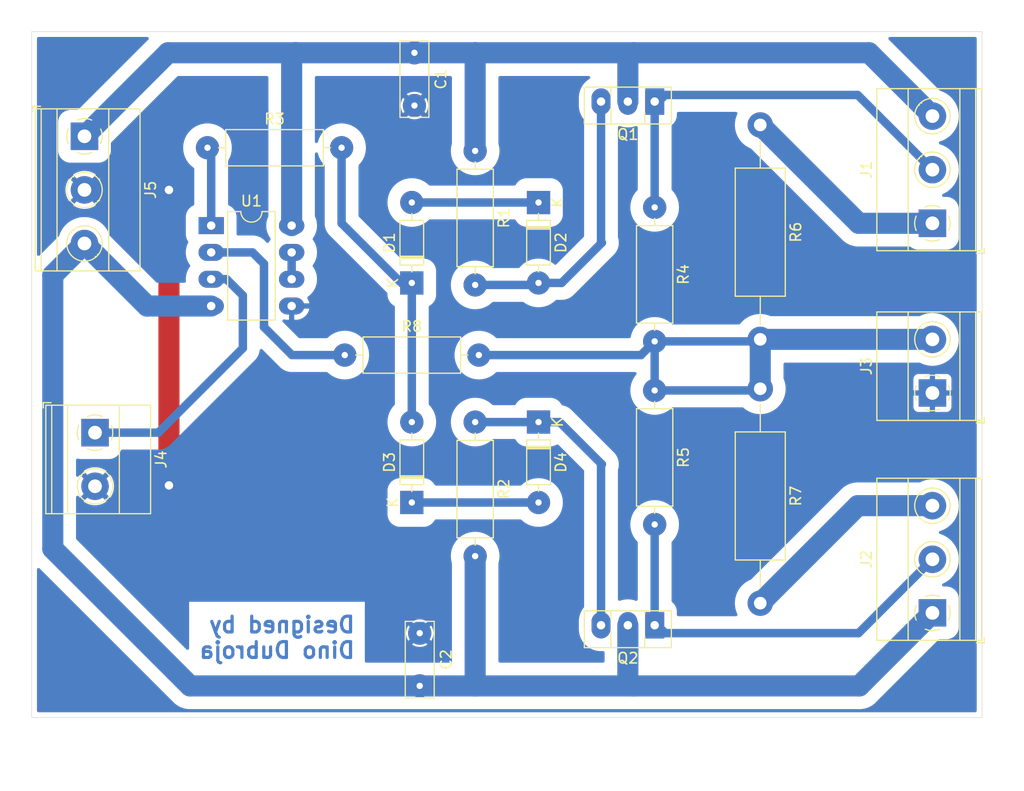
<source format=kicad_pcb>
(kicad_pcb (version 20240108) (generator "pcbnew") (generator_version "8.0")
  (layers (0 "F.Cu" signal) (31 "B.Cu" signal) (34 "B.Paste" user) (35 "F.Paste" user) (36 "B.SilkS" user "B.Silkscreen") (37 "F.SilkS" user "F.Silkscreen") (38 "B.Mask" user) (39 "F.Mask" user) (44 "Edge.Cuts" user))
  (net 0 "")
  (net 1 "Net-(D1-A)")
  (net 2 "Net-(D1-K)")
  (net 3 "Net-(D2-A)")
  (net 4 "Net-(D3-K)")
  (net 5 "Net-(D4-K)")
  (net 6 "+V")
  (net 7 "Net-(J1-Pin_2)")
  (net 8 "Net-(J2-Pin_2)")
  (net 9 "-V")
  (net 10 "GND")
  (net 11 "Net-(R3-Pad1)")
  (net 12 "Net-(U1A--)")
  (net 13 "Net-(U1B--)")
  (net 14 "Net-(J4-Pin_1)")
  (net 15 "Net-(J1-Pin_1)")
  (net 16 "Net-(J2-Pin_3)")
  (net 17 "Net-(J3-Pin_2)")
  (footprint "Diode_THT:D_DO-35_SOD27_P7.62mm_Horizontal" (layer "F.Cu") (at 126 61.81 90)
    (property "Reference" "D1" (at 3.81 -2.12 -90) (layer "F.SilkS"))
    (property "Value" "1N4148")
    (fp_line (start 5.93 -1.12) (end 1.69 -1.12) (stroke (width 0.12)) (layer "F.SilkS"))
    (fp_line (start 2.53 -1.12) (end 2.53 1.12) (stroke (width 0.12)) (layer "F.SilkS"))
    (fp_line (start 2.41 -1.12) (end 2.41 1.12) (stroke (width 0.12)) (layer "F.SilkS"))
    (fp_line (start 2.29 -1.12) (end 2.29 1.12) (stroke (width 0.12)) (layer "F.SilkS"))
    (fp_line (start 1.69 -1.12) (end 1.69 1.12) (stroke (width 0.12)) (layer "F.SilkS"))
    (fp_line (start 6.58 0) (end 5.93 0) (stroke (width 0.12)) (layer "F.SilkS"))
    (fp_line (start 1.04 0) (end 1.69 0) (stroke (width 0.12)) (layer "F.SilkS"))
    (fp_line (start 5.93 1.12) (end 5.93 -1.12) (stroke (width 0.12)) (layer "F.SilkS"))
    (fp_line (start 1.69 1.12) (end 5.93 1.12) (stroke (width 0.12)) (layer "F.SilkS"))
    (fp_text user "K" (at 0 -1.8 -90) (layer "F.SilkS"))
    (pad "1" thru_hole rect (at 0 0 90) (size 2.2 2.2) (drill 0.6) (layers "*.Cu" "*.Mask") (net 2 "Net-(D1-K)"))
    (pad "2" thru_hole oval (at 7.62 0 90) (size 2.2 2.2) (drill 0.6) (layers "*.Cu" "*.Mask") (net 1 "Net-(D1-A)"))
  )
  (footprint "Resistor_THT:R_Axial_DIN0414_L11.9mm_D4.5mm_P20.32mm_Horizontal" (layer "F.Cu") (at 159 46.84 -90)
    (property "Reference" "R6" (at 10.16 -3.37 90) (layer "F.SilkS"))
    (property "Value" "0.22 2W")
    (fp_line (start 4.09 2.37) (end 16.23 2.37) (stroke (width 0.12)) (layer "F.SilkS"))
    (fp_line (start 16.23 2.37) (end 16.23 -2.37) (stroke (width 0.12)) (layer "F.SilkS"))
    (fp_line (start 1.44 0) (end 4.09 0) (stroke (width 0.12)) (layer "F.SilkS"))
    (fp_line (start 18.88 0) (end 16.23 0) (stroke (width 0.12)) (layer "F.SilkS"))
    (fp_line (start 4.09 -2.37) (end 4.09 2.37) (stroke (width 0.12)) (layer "F.SilkS"))
    (fp_line (start 16.23 -2.37) (end 4.09 -2.37) (stroke (width 0.12)) (layer "F.SilkS"))
    (pad "1" thru_hole circle (at 0 0 270) (size 2.4 2.4) (drill 1.2) (layers "*.Cu" "*.Mask") (net 15 "Net-(J1-Pin_1)"))
    (pad "2" thru_hole oval (at 20.32 0 270) (size 2.4 2.4) (drill 1.2) (layers "*.Cu" "*.Mask") (net 17 "Net-(J3-Pin_2)"))
  )
  (footprint "Resistor_THT:R_Axial_DIN0309_L9.0mm_D3.2mm_P12.70mm_Horizontal" (layer "F.Cu") (at 132 49.3 -90)
    (property "Reference" "R1" (at 6.35 -2.72 90) (layer "F.SilkS"))
    (property "Value" "1k")
    (fp_line (start 1.73 1.72) (end 10.97 1.72) (stroke (width 0.12)) (layer "F.SilkS"))
    (fp_line (start 10.97 1.72) (end 10.97 -1.72) (stroke (width 0.12)) (layer "F.SilkS"))
    (fp_line (start 1.04 0) (end 1.73 0) (stroke (width 0.12)) (layer "F.SilkS"))
    (fp_line (start 11.66 0) (end 10.97 0) (stroke (width 0.12)) (layer "F.SilkS"))
    (fp_line (start 1.73 -1.72) (end 1.73 1.72) (stroke (width 0.12)) (layer "F.SilkS"))
    (fp_line (start 10.97 -1.72) (end 1.73 -1.72) (stroke (width 0.12)) (layer "F.SilkS"))
    (pad "1" thru_hole circle (at 0 0 270) (size 2.2 2.2) (drill 0.6) (layers "*.Cu" "*.Mask") (net 6 "+V"))
    (pad "2" thru_hole oval (at 12.7 0 270) (size 2.2 2.2) (drill 0.6) (layers "*.Cu" "*.Mask") (net 3 "Net-(D2-A)"))
  )
  (footprint "Diode_THT:D_DO-35_SOD27_P7.62mm_Horizontal" (layer "F.Cu") (at 138 75 -90)
    (property "Reference" "D4" (at 3.81 -2.12 90) (layer "F.SilkS"))
    (property "Value" "1N4148")
    (fp_line (start 1.69 1.12) (end 5.93 1.12) (stroke (width 0.12)) (layer "F.SilkS"))
    (fp_line (start 5.93 1.12) (end 5.93 -1.12) (stroke (width 0.12)) (layer "F.SilkS"))
    (fp_line (start 1.04 0) (end 1.69 0) (stroke (width 0.12)) (layer "F.SilkS"))
    (fp_line (start 6.58 0) (end 5.93 0) (stroke (width 0.12)) (layer "F.SilkS"))
    (fp_line (start 1.69 -1.12) (end 1.69 1.12) (stroke (width 0.12)) (layer "F.SilkS"))
    (fp_line (start 2.29 -1.12) (end 2.29 1.12) (stroke (width 0.12)) (layer "F.SilkS"))
    (fp_line (start 2.41 -1.12) (end 2.41 1.12) (stroke (width 0.12)) (layer "F.SilkS"))
    (fp_line (start 2.53 -1.12) (end 2.53 1.12) (stroke (width 0.12)) (layer "F.SilkS"))
    (fp_line (start 5.93 -1.12) (end 1.69 -1.12) (stroke (width 0.12)) (layer "F.SilkS"))
    (fp_text user "K" (at 0 -1.8 90) (layer "F.SilkS"))
    (pad "1" thru_hole rect (at 0 0 270) (size 2.2 2.2) (drill 0.6) (layers "*.Cu" "*.Mask") (net 5 "Net-(D4-K)"))
    (pad "2" thru_hole oval (at 7.62 0 270) (size 2.2 2.2) (drill 0.6) (layers "*.Cu" "*.Mask") (net 4 "Net-(D3-K)"))
  )
  (footprint "TerminalBlock_Phoenix:TerminalBlock_Phoenix_MKDS-1,5-3-5.08_1x03_P5.08mm_Horizontal" (layer "F.Cu") (at 175.305 93.08 90)
    (property "Reference" "J2" (at 5.08 -6.26 -90) (layer "F.SilkS"))
    (property "Value" "Screw_Terminal_01x03")
    (fp_line (start 12.76 -5.261) (end 12.76 4.66) (stroke (width 0.12)) (layer "F.SilkS"))
    (fp_line (start -2.6 -5.261) (end 12.76 -5.261) (stroke (width 0.12)) (layer "F.SilkS"))
    (fp_line (start -2.6 -5.261) (end -2.6 4.66) (stroke (width 0.12)) (layer "F.SilkS"))
    (fp_line (start -2.6 -2.301) (end 12.76 -2.301) (stroke (width 0.12)) (layer "F.SilkS"))
    (fp_line (start 11.23 -1.275) (end 11.195 -1.239) (stroke (width 0.12)) (layer "F.SilkS"))
    (fp_line (start 6.15 -1.275) (end 6.115 -1.239) (stroke (width 0.12)) (layer "F.SilkS"))
    (fp_line (start 11.435 -1.069) (end 11.388 -1.023) (stroke (width 0.12)) (layer "F.SilkS"))
    (fp_line (start 6.355 -1.069) (end 6.308 -1.023) (stroke (width 0.12)) (layer "F.SilkS"))
    (fp_line (start 8.933 1.023) (end 8.886 1.069) (stroke (width 0.12)) (layer "F.SilkS"))
    (fp_line (start 3.853 1.023) (end 3.806 1.069) (stroke (width 0.12)) (layer "F.SilkS"))
    (fp_line (start 9.126 1.239) (end 9.091 1.274) (stroke (width 0.12)) (layer "F.SilkS"))
    (fp_line (start 4.046 1.239) (end 4.011 1.274) (stroke (width 0.12)) (layer "F.SilkS"))
    (fp_line (start -2.6 2.6) (end 12.76 2.6) (stroke (width 0.12)) (layer "F.SilkS"))
    (fp_line (start -2.6 4.1) (end 12.76 4.1) (stroke (width 0.12)) (layer "F.SilkS"))
    (fp_line (start -2.84 4.16) (end -2.84 4.9) (stroke (width 0.12)) (layer "F.SilkS"))
    (fp_line (start -2.6 4.66) (end 12.76 4.66) (stroke (width 0.12)) (layer "F.SilkS"))
    (fp_line (start -2.84 4.9) (end -2.34 4.9) (stroke (width 0.12)) (layer "F.SilkS"))
    (fp_arc (start -0.683042 -1.535427) (mid 0.000524 -1.680501) (end 0.684 -1.535) (stroke (width 0.12)) (layer "F.SilkS"))
    (fp_arc (start 1.535427 -0.683042) (mid 1.680501 0.000524) (end 1.535 0.684) (stroke (width 0.12)) (layer "F.SilkS"))
    (fp_arc (start -1.535427 0.683042) (mid -1.680501 -0.000524) (end -1.535 -0.684) (stroke (width 0.12)) (layer "F.SilkS"))
    (fp_arc (start 0.683318 1.534756) (mid 0.349292 1.643288) (end 0 1.68) (stroke (width 0.12)) (layer "F.SilkS"))
    (fp_arc (start 0.028805 1.680253) (mid -0.335551 1.646659) (end -0.684 1.535) (stroke (width 0.12)) (layer "F.SilkS"))
    (fp_circle (center 10.16 0) (end 11.84 0) (stroke (width 0.12)) (fill none) (layer "F.SilkS"))
    (fp_circle (center 5.08 0) (end 6.76 0) (stroke (width 0.12)) (fill none) (layer "F.SilkS"))
    (pad "1" thru_hole rect (at 0 0 90) (size 2.6 2.6) (drill 1.3) (layers "*.Cu" "*.Mask") (net 9 "-V"))
    (pad "2" thru_hole circle (at 5.08 0 90) (size 2.6 2.6) (drill 1.3) (layers "*.Cu" "*.Mask") (net 8 "Net-(J2-Pin_2)"))
    (pad "3" thru_hole circle (at 10.16 0 90) (size 2.6 2.6) (drill 1.3) (layers "*.Cu" "*.Mask") (net 16 "Net-(J2-Pin_3)"))
  )
  (footprint "TerminalBlock_Phoenix:TerminalBlock_Phoenix_MKDS-1,5-3-5.08_1x03_P5.08mm_Horizontal" (layer "F.Cu") (at 95 47.915 -90)
    (property "Reference" "J5" (at 5.08 -6.26 90) (layer "F.SilkS"))
    (property "Value" "Screw_Terminal_01x03")
    (fp_line (start -2.84 4.9) (end -2.34 4.9) (stroke (width 0.12)) (layer "F.SilkS"))
    (fp_line (start -2.6 4.66) (end 12.76 4.66) (stroke (width 0.12)) (layer "F.SilkS"))
    (fp_line (start -2.84 4.16) (end -2.84 4.9) (stroke (width 0.12)) (layer "F.SilkS"))
    (fp_line (start -2.6 4.1) (end 12.76 4.1) (stroke (width 0.12)) (layer "F.SilkS"))
    (fp_line (start -2.6 2.6) (end 12.76 2.6) (stroke (width 0.12)) (layer "F.SilkS"))
    (fp_line (start 4.046 1.239) (end 4.011 1.274) (stroke (width 0.12)) (layer "F.SilkS"))
    (fp_line (start 9.126 1.239) (end 9.091 1.274) (stroke (width 0.12)) (layer "F.SilkS"))
    (fp_line (start 3.853 1.023) (end 3.806 1.069) (stroke (width 0.12)) (layer "F.SilkS"))
    (fp_line (start 8.933 1.023) (end 8.886 1.069) (stroke (width 0.12)) (layer "F.SilkS"))
    (fp_line (start 6.355 -1.069) (end 6.308 -1.023) (stroke (width 0.12)) (layer "F.SilkS"))
    (fp_line (start 11.435 -1.069) (end 11.388 -1.023) (stroke (width 0.12)) (layer "F.SilkS"))
    (fp_line (start 6.15 -1.275) (end 6.115 -1.239) (stroke (width 0.12)) (layer "F.SilkS"))
    (fp_line (start 11.23 -1.275) (end 11.195 -1.239) (stroke (width 0.12)) (layer "F.SilkS"))
    (fp_line (start -2.6 -2.301) (end 12.76 -2.301) (stroke (width 0.12)) (layer "F.SilkS"))
    (fp_line (start -2.6 -5.261) (end -2.6 4.66) (stroke (width 0.12)) (layer "F.SilkS"))
    (fp_line (start -2.6 -5.261) (end 12.76 -5.261) (stroke (width 0.12)) (layer "F.SilkS"))
    (fp_line (start 12.76 -5.261) (end 12.76 4.66) (stroke (width 0.12)) (layer "F.SilkS"))
    (fp_arc (start 0.028805 1.680253) (mid -0.335551 1.646659) (end -0.684 1.535) (stroke (width 0.12)) (layer "F.SilkS"))
    (fp_arc (start 0.683318 1.534756) (mid 0.349292 1.643288) (end 0 1.68) (stroke (width 0.12)) (layer "F.SilkS"))
    (fp_arc (start -1.535427 0.683042) (mid -1.680501 -0.000524) (end -1.535 -0.684) (stroke (width 0.12)) (layer "F.SilkS"))
    (fp_arc (start 1.535427 -0.683042) (mid 1.680501 0.000524) (end 1.535 0.684) (stroke (width 0.12)) (layer "F.SilkS"))
    (fp_arc (start -0.683042 -1.535427) (mid 0.000524 -1.680501) (end 0.684 -1.535) (stroke (width 0.12)) (layer "F.SilkS"))
    (fp_circle (center 5.08 0) (end 6.76 0) (stroke (width 0.12)) (fill none) (layer "F.SilkS"))
    (fp_circle (center 10.16 0) (end 11.84 0) (stroke (width 0.12)) (fill none) (layer "F.SilkS"))
    (pad "1" thru_hole rect (at 0 0 270) (size 2.6 2.6) (drill 1.3) (layers "*.Cu" "*.Mask") (net 6 "+V"))
    (pad "2" thru_hole circle (at 5.08 0 270) (size 2.6 2.6) (drill 1.3) (layers "*.Cu" "*.Mask") (net 10 "GND"))
    (pad "3" thru_hole circle (at 10.16 0 270) (size 2.6 2.6) (drill 1.3) (layers "*.Cu" "*.Mask") (net 9 "-V"))
  )
  (footprint "TerminalBlock_Phoenix:TerminalBlock_Phoenix_MKDS-1,5-2-5.08_1x02_P5.08mm_Horizontal" (layer "F.Cu") (at 175.305 72.24 90)
    (property "Reference" "J3" (at 2.54 -6.26 -90) (layer "F.SilkS"))
    (property "Value" "Screw_Terminal_01x02")
    (fp_line (start 7.68 -5.261) (end 7.68 4.66) (stroke (width 0.12)) (layer "F.SilkS"))
    (fp_line (start -2.6 -5.261) (end 7.68 -5.261) (stroke (width 0.12)) (layer "F.SilkS"))
    (fp_line (start -2.6 -5.261) (end -2.6 4.66) (stroke (width 0.12)) (layer "F.SilkS"))
    (fp_line (start -2.6 -2.301) (end 7.68 -2.301) (stroke (width 0.12)) (layer "F.SilkS"))
    (fp_line (start 6.15 -1.275) (end 6.115 -1.239) (stroke (width 0.12)) (layer "F.SilkS"))
    (fp_line (start 6.355 -1.069) (end 6.308 -1.023) (stroke (width 0.12)) (layer "F.SilkS"))
    (fp_line (start 3.853 1.023) (end 3.806 1.069) (stroke (width 0.12)) (layer "F.SilkS"))
    (fp_line (start 4.046 1.239) (end 4.011 1.274) (stroke (width 0.12)) (layer "F.SilkS"))
    (fp_line (start -2.6 2.6) (end 7.68 2.6) (stroke (width 0.12)) (layer "F.SilkS"))
    (fp_line (start -2.6 4.1) (end 7.68 4.1) (stroke (width 0.12)) (layer "F.SilkS"))
    (fp_line (start -2.84 4.16) (end -2.84 4.9) (stroke (width 0.12)) (layer "F.SilkS"))
    (fp_line (start -2.6 4.66) (end 7.68 4.66) (stroke (width 0.12)) (layer "F.SilkS"))
    (fp_line (start -2.84 4.9) (end -2.34 4.9) (stroke (width 0.12)) (layer "F.SilkS"))
    (fp_arc (start -0.683042 -1.535427) (mid 0.000524 -1.680501) (end 0.684 -1.535) (stroke (width 0.12)) (layer "F.SilkS"))
    (fp_arc (start 1.535427 -0.683042) (mid 1.680501 0.000524) (end 1.535 0.684) (stroke (width 0.12)) (layer "F.SilkS"))
    (fp_arc (start -1.535427 0.683042) (mid -1.680501 -0.000524) (end -1.535 -0.684) (stroke (width 0.12)) (layer "F.SilkS"))
    (fp_arc (start 0.683318 1.534756) (mid 0.349292 1.643288) (end 0 1.68) (stroke (width 0.12)) (layer "F.SilkS"))
    (fp_arc (start 0.028805 1.680253) (mid -0.335551 1.646659) (end -0.684 1.535) (stroke (width 0.12)) (layer "F.SilkS"))
    (fp_circle (center 5.08 0) (end 6.76 0) (stroke (width 0.12)) (fill none) (layer "F.SilkS"))
    (pad "1" thru_hole rect (at 0 0 90) (size 2.6 2.6) (drill 1.3) (layers "*.Cu" "*.Mask") (net 10 "GND"))
    (pad "2" thru_hole circle (at 5.08 0 90) (size 2.6 2.6) (drill 1.3) (layers "*.Cu" "*.Mask") (net 17 "Net-(J3-Pin_2)"))
  )
  (footprint "Diode_THT:D_DO-35_SOD27_P7.62mm_Horizontal" (layer "F.Cu") (at 138 54.19 -90)
    (property "Reference" "D2" (at 3.81 -2.12 90) (layer "F.SilkS"))
    (property "Value" "1N4148")
    (fp_line (start 1.69 1.12) (end 5.93 1.12) (stroke (width 0.12)) (layer "F.SilkS"))
    (fp_line (start 5.93 1.12) (end 5.93 -1.12) (stroke (width 0.12)) (layer "F.SilkS"))
    (fp_line (start 1.04 0) (end 1.69 0) (stroke (width 0.12)) (layer "F.SilkS"))
    (fp_line (start 6.58 0) (end 5.93 0) (stroke (width 0.12)) (layer "F.SilkS"))
    (fp_line (start 1.69 -1.12) (end 1.69 1.12) (stroke (width 0.12)) (layer "F.SilkS"))
    (fp_line (start 2.29 -1.12) (end 2.29 1.12) (stroke (width 0.12)) (layer "F.SilkS"))
    (fp_line (start 2.41 -1.12) (end 2.41 1.12) (stroke (width 0.12)) (layer "F.SilkS"))
    (fp_line (start 2.53 -1.12) (end 2.53 1.12) (stroke (width 0.12)) (layer "F.SilkS"))
    (fp_line (start 5.93 -1.12) (end 1.69 -1.12) (stroke (width 0.12)) (layer "F.SilkS"))
    (fp_text user "K" (at 0 -1.8 90) (layer "F.SilkS"))
    (pad "1" thru_hole rect (at 0 0 270) (size 2.2 2.2) (drill 0.6) (layers "*.Cu" "*.Mask") (net 1 "Net-(D1-A)"))
    (pad "2" thru_hole oval (at 7.62 0 270) (size 2.2 2.2) (drill 0.6) (layers "*.Cu" "*.Mask") (net 3 "Net-(D2-A)"))
  )
  (footprint "TerminalBlock_Phoenix:TerminalBlock_Phoenix_MKDS-1,5-3-5.08_1x03_P5.08mm_Horizontal" (layer "F.Cu") (at 175.305 56.16 90)
    (property "Reference" "J1" (at 5.08 -6.26 -90) (layer "F.SilkS"))
    (property "Value" "Screw_Terminal_01x03")
    (fp_line (start 12.76 -5.261) (end 12.76 4.66) (stroke (width 0.12)) (layer "F.SilkS"))
    (fp_line (start -2.6 -5.261) (end 12.76 -5.261) (stroke (width 0.12)) (layer "F.SilkS"))
    (fp_line (start -2.6 -5.261) (end -2.6 4.66) (stroke (width 0.12)) (layer "F.SilkS"))
    (fp_line (start -2.6 -2.301) (end 12.76 -2.301) (stroke (width 0.12)) (layer "F.SilkS"))
    (fp_line (start 11.23 -1.275) (end 11.195 -1.239) (stroke (width 0.12)) (layer "F.SilkS"))
    (fp_line (start 6.15 -1.275) (end 6.115 -1.239) (stroke (width 0.12)) (layer "F.SilkS"))
    (fp_line (start 11.435 -1.069) (end 11.388 -1.023) (stroke (width 0.12)) (layer "F.SilkS"))
    (fp_line (start 6.355 -1.069) (end 6.308 -1.023) (stroke (width 0.12)) (layer "F.SilkS"))
    (fp_line (start 8.933 1.023) (end 8.886 1.069) (stroke (width 0.12)) (layer "F.SilkS"))
    (fp_line (start 3.853 1.023) (end 3.806 1.069) (stroke (width 0.12)) (layer "F.SilkS"))
    (fp_line (start 9.126 1.239) (end 9.091 1.274) (stroke (width 0.12)) (layer "F.SilkS"))
    (fp_line (start 4.046 1.239) (end 4.011 1.274) (stroke (width 0.12)) (layer "F.SilkS"))
    (fp_line (start -2.6 2.6) (end 12.76 2.6) (stroke (width 0.12)) (layer "F.SilkS"))
    (fp_line (start -2.6 4.1) (end 12.76 4.1) (stroke (width 0.12)) (layer "F.SilkS"))
    (fp_line (start -2.84 4.16) (end -2.84 4.9) (stroke (width 0.12)) (layer "F.SilkS"))
    (fp_line (start -2.6 4.66) (end 12.76 4.66) (stroke (width 0.12)) (layer "F.SilkS"))
    (fp_line (start -2.84 4.9) (end -2.34 4.9) (stroke (width 0.12)) (layer "F.SilkS"))
    (fp_arc (start -0.683042 -1.535427) (mid 0.000524 -1.680501) (end 0.684 -1.535) (stroke (width 0.12)) (layer "F.SilkS"))
    (fp_arc (start 1.535427 -0.683042) (mid 1.680501 0.000524) (end 1.535 0.684) (stroke (width 0.12)) (layer "F.SilkS"))
    (fp_arc (start -1.535427 0.683042) (mid -1.680501 -0.000524) (end -1.535 -0.684) (stroke (width 0.12)) (layer "F.SilkS"))
    (fp_arc (start 0.683318 1.534756) (mid 0.349292 1.643288) (end 0 1.68) (stroke (width 0.12)) (layer "F.SilkS"))
    (fp_arc (start 0.028805 1.680253) (mid -0.335551 1.646659) (end -0.684 1.535) (stroke (width 0.12)) (layer "F.SilkS"))
    (fp_circle (center 10.16 0) (end 11.84 0) (stroke (width 0.12)) (fill none) (layer "F.SilkS"))
    (fp_circle (center 5.08 0) (end 6.76 0) (stroke (width 0.12)) (fill none) (layer "F.SilkS"))
    (pad "1" thru_hole rect (at 0 0 90) (size 2.6 2.6) (drill 1.3) (layers "*.Cu" "*.Mask") (net 15 "Net-(J1-Pin_1)"))
    (pad "2" thru_hole circle (at 5.08 0 90) (size 2.6 2.6) (drill 1.3) (layers "*.Cu" "*.Mask") (net 7 "Net-(J1-Pin_2)"))
    (pad "3" thru_hole circle (at 10.16 0 90) (size 2.6 2.6) (drill 1.3) (layers "*.Cu" "*.Mask") (net 6 "+V"))
  )
  (footprint "Resistor_THT:R_Axial_DIN0414_L11.9mm_D4.5mm_P20.32mm_Horizontal" (layer "F.Cu") (at 159 71.84 -90)
    (property "Reference" "R7" (at 10.16 -3.37 90) (layer "F.SilkS"))
    (property "Value" "0.22 2W")
    (fp_line (start 4.09 2.37) (end 16.23 2.37) (stroke (width 0.12)) (layer "F.SilkS"))
    (fp_line (start 16.23 2.37) (end 16.23 -2.37) (stroke (width 0.12)) (layer "F.SilkS"))
    (fp_line (start 1.44 0) (end 4.09 0) (stroke (width 0.12)) (layer "F.SilkS"))
    (fp_line (start 18.88 0) (end 16.23 0) (stroke (width 0.12)) (layer "F.SilkS"))
    (fp_line (start 4.09 -2.37) (end 4.09 2.37) (stroke (width 0.12)) (layer "F.SilkS"))
    (fp_line (start 16.23 -2.37) (end 4.09 -2.37) (stroke (width 0.12)) (layer "F.SilkS"))
    (pad "1" thru_hole circle (at 0 0 270) (size 2.4 2.4) (drill 1.2) (layers "*.Cu" "*.Mask") (net 17 "Net-(J3-Pin_2)"))
    (pad "2" thru_hole oval (at 20.32 0 270) (size 2.4 2.4) (drill 1.2) (layers "*.Cu" "*.Mask") (net 16 "Net-(J2-Pin_3)"))
  )
  (footprint "TerminalBlock_Phoenix:TerminalBlock_Phoenix_MKDS-1,5-2-5.08_1x02_P5.08mm_Horizontal" (layer "F.Cu") (at 96 76 -90)
    (property "Reference" "J4" (at 2.54 -6.26 90) (layer "F.SilkS"))
    (property "Value" "Screw_Terminal_01x02")
    (fp_line (start -2.84 4.9) (end -2.34 4.9) (stroke (width 0.12)) (layer "F.SilkS"))
    (fp_line (start -2.6 4.66) (end 7.68 4.66) (stroke (width 0.12)) (layer "F.SilkS"))
    (fp_line (start -2.84 4.16) (end -2.84 4.9) (stroke (width 0.12)) (layer "F.SilkS"))
    (fp_line (start -2.6 4.1) (end 7.68 4.1) (stroke (width 0.12)) (layer "F.SilkS"))
    (fp_line (start -2.6 2.6) (end 7.68 2.6) (stroke (width 0.12)) (layer "F.SilkS"))
    (fp_line (start 4.046 1.239) (end 4.011 1.274) (stroke (width 0.12)) (layer "F.SilkS"))
    (fp_line (start 3.853 1.023) (end 3.806 1.069) (stroke (width 0.12)) (layer "F.SilkS"))
    (fp_line (start 6.355 -1.069) (end 6.308 -1.023) (stroke (width 0.12)) (layer "F.SilkS"))
    (fp_line (start 6.15 -1.275) (end 6.115 -1.239) (stroke (width 0.12)) (layer "F.SilkS"))
    (fp_line (start -2.6 -2.301) (end 7.68 -2.301) (stroke (width 0.12)) (layer "F.SilkS"))
    (fp_line (start -2.6 -5.261) (end -2.6 4.66) (stroke (width 0.12)) (layer "F.SilkS"))
    (fp_line (start -2.6 -5.261) (end 7.68 -5.261) (stroke (width 0.12)) (layer "F.SilkS"))
    (fp_line (start 7.68 -5.261) (end 7.68 4.66) (stroke (width 0.12)) (layer "F.SilkS"))
    (fp_arc (start 0.028805 1.680253) (mid -0.335551 1.646659) (end -0.684 1.535) (stroke (width 0.12)) (layer "F.SilkS"))
    (fp_arc (start 0.683318 1.534756) (mid 0.349292 1.643288) (end 0 1.68) (stroke (width 0.12)) (layer "F.SilkS"))
    (fp_arc (start -1.535427 0.683042) (mid -1.680501 -0.000524) (end -1.535 -0.684) (stroke (width 0.12)) (layer "F.SilkS"))
    (fp_arc (start 1.535427 -0.683042) (mid 1.680501 0.000524) (end 1.535 0.684) (stroke (width 0.12)) (layer "F.SilkS"))
    (fp_arc (start -0.683042 -1.535427) (mid 0.000524 -1.680501) (end 0.684 -1.535) (stroke (width 0.12)) (layer "F.SilkS"))
    (fp_circle (center 5.08 0) (end 6.76 0) (stroke (width 0.12)) (fill none) (layer "F.SilkS"))
    (pad "1" thru_hole rect (at 0 0 270) (size 2.6 2.6) (drill 1.3) (layers "*.Cu" "*.Mask") (net 14 "Net-(J4-Pin_1)"))
    (pad "2" thru_hole circle (at 5.08 0 270) (size 2.6 2.6) (drill 1.3) (layers "*.Cu" "*.Mask") (net 10 "GND"))
  )
  (footprint "Package_TO_SOT_THT:TO-126-3_Vertical" (layer "F.Cu") (at 149 44.625 180)
    (property "Reference" "Q1" (at 2.54 -3.12 180) (layer "F.SilkS"))
    (property "Value" "BD139")
    (fp_line (start 6.66 -2.12) (end 6.66 1.37) (stroke (width 0.12)) (layer "F.SilkS"))
    (fp_line (start 4.141 0.54) (end 4.141 1.37) (stroke (width 0.12)) (layer "F.SilkS"))
    (fp_line (start 4.141 -2.12) (end 4.141 -0.54) (stroke (width 0.12)) (layer "F.SilkS"))
    (fp_line (start 0.94 1.05) (end 0.94 1.37) (stroke (width 0.12)) (layer "F.SilkS"))
    (fp_line (start 0.94 -2.12) (end 0.94 -1.05) (stroke (width 0.12)) (layer "F.SilkS"))
    (fp_line (start -1.58 1.37) (end 6.66 1.37) (stroke (width 0.12)) (layer "F.SilkS"))
    (fp_line (start -1.58 -2.12) (end 6.66 -2.12) (stroke (width 0.12)) (layer "F.SilkS"))
    (fp_line (start -1.58 -2.12) (end -1.58 1.37) (stroke (width 0.12)) (layer "F.SilkS"))
    (pad "1" thru_hole rect (at 0 0 180) (size 1.8 2.5) (drill 0.8) (layers "*.Cu" "*.Mask") (net 7 "Net-(J1-Pin_2)"))
    (pad "2" thru_hole oval (at 2.54 0 180) (size 1.8 2.5) (drill 0.8) (layers "*.Cu" "*.Mask") (net 6 "+V"))
    (pad "3" thru_hole oval (at 5.08 0 180) (size 1.8 2.5) (drill 0.8) (layers "*.Cu" "*.Mask") (net 3 "Net-(D2-A)"))
  )
  (footprint "Resistor_THT:R_Axial_DIN0309_L9.0mm_D3.2mm_P12.70mm_Horizontal" (layer "F.Cu") (at 132 75 -90)
    (property "Reference" "R2" (at 6.35 -2.72 90) (layer "F.SilkS"))
    (property "Value" "1k")
    (fp_line (start 1.73 1.72) (end 10.97 1.72) (stroke (width 0.12)) (layer "F.SilkS"))
    (fp_line (start 10.97 1.72) (end 10.97 -1.72) (stroke (width 0.12)) (layer "F.SilkS"))
    (fp_line (start 1.04 0) (end 1.73 0) (stroke (width 0.12)) (layer "F.SilkS"))
    (fp_line (start 11.66 0) (end 10.97 0) (stroke (width 0.12)) (layer "F.SilkS"))
    (fp_line (start 1.73 -1.72) (end 1.73 1.72) (stroke (width 0.12)) (layer "F.SilkS"))
    (fp_line (start 10.97 -1.72) (end 1.73 -1.72) (stroke (width 0.12)) (layer "F.SilkS"))
    (pad "1" thru_hole circle (at 0 0 270) (size 2.2 2.2) (drill 0.6) (layers "*.Cu" "*.Mask") (net 5 "Net-(D4-K)"))
    (pad "2" thru_hole oval (at 12.7 0 270) (size 2.2 2.2) (drill 0.6) (layers "*.Cu" "*.Mask") (net 9 "-V"))
  )
  (footprint "Resistor_THT:R_Axial_DIN0309_L9.0mm_D3.2mm_P12.70mm_Horizontal" (layer "F.Cu") (at 119.65 68.65)
    (property "Reference" "R8" (at 6.35 -2.72 0) (layer "F.SilkS"))
    (property "Value" "1k")
    (fp_line (start 1.04 0) (end 1.73 0) (stroke (width 0.12)) (layer "F.SilkS"))
    (fp_line (start 1.73 -1.72) (end 1.73 1.72) (stroke (width 0.12)) (layer "F.SilkS"))
    (fp_line (start 1.73 1.72) (end 10.97 1.72) (stroke (width 0.12)) (layer "F.SilkS"))
    (fp_line (start 10.97 -1.72) (end 1.73 -1.72) (stroke (width 0.12)) (layer "F.SilkS"))
    (fp_line (start 10.97 1.72) (end 10.97 -1.72) (stroke (width 0.12)) (layer "F.SilkS"))
    (fp_line (start 11.66 0) (end 10.97 0) (stroke (width 0.12)) (layer "F.SilkS"))
    (pad "1" thru_hole circle (at 0 0) (size 2.2 1.6) (drill 0.6) (layers "*.Cu" "*.Mask") (net 12 "Net-(U1A--)"))
    (pad "2" thru_hole circle (at 12.7 0) (size 2.2 1.6) (drill 0.6) (layers "*.Cu" "*.Mask") (net 17 "Net-(J3-Pin_2)"))
  )
  (footprint "Package_TO_SOT_THT:TO-126-3_Vertical" (layer "F.Cu") (at 149 94.25 180)
    (property "Reference" "Q2" (at 2.54 -3.12 180) (layer "F.SilkS"))
    (property "Value" "BD140")
    (fp_line (start 6.66 -2.12) (end 6.66 1.37) (stroke (width 0.12)) (layer "F.SilkS"))
    (fp_line (start 4.141 0.54) (end 4.141 1.37) (stroke (width 0.12)) (layer "F.SilkS"))
    (fp_line (start 4.141 -2.12) (end 4.141 -0.54) (stroke (width 0.12)) (layer "F.SilkS"))
    (fp_line (start 0.94 1.05) (end 0.94 1.37) (stroke (width 0.12)) (layer "F.SilkS"))
    (fp_line (start 0.94 -2.12) (end 0.94 -1.05) (stroke (width 0.12)) (layer "F.SilkS"))
    (fp_line (start -1.58 1.37) (end 6.66 1.37) (stroke (width 0.12)) (layer "F.SilkS"))
    (fp_line (start -1.58 -2.12) (end 6.66 -2.12) (stroke (width 0.12)) (layer "F.SilkS"))
    (fp_line (start -1.58 -2.12) (end -1.58 1.37) (stroke (width 0.12)) (layer "F.SilkS"))
    (pad "1" thru_hole rect (at 0 0 180) (size 1.8 2.5) (drill 0.8) (layers "*.Cu" "*.Mask") (net 8 "Net-(J2-Pin_2)"))
    (pad "2" thru_hole oval (at 2.54 0 180) (size 1.8 2.5) (drill 0.8) (layers "*.Cu" "*.Mask") (net 9 "-V"))
    (pad "3" thru_hole oval (at 5.08 0 180) (size 1.8 2.5) (drill 0.8) (layers "*.Cu" "*.Mask") (net 5 "Net-(D4-K)"))
  )
  (footprint "Resistor_THT:R_Axial_DIN0309_L9.0mm_D3.2mm_P12.70mm_Horizontal" (layer "F.Cu") (at 149 72 -90)
    (property "Reference" "R5" (at 6.35 -2.72 90) (layer "F.SilkS"))
    (property "Value" "470")
    (fp_line (start 1.73 1.72) (end 10.97 1.72) (stroke (width 0.12)) (layer "F.SilkS"))
    (fp_line (start 10.97 1.72) (end 10.97 -1.72) (stroke (width 0.12)) (layer "F.SilkS"))
    (fp_line (start 1.04 0) (end 1.73 0) (stroke (width 0.12)) (layer "F.SilkS"))
    (fp_line (start 11.66 0) (end 10.97 0) (stroke (width 0.12)) (layer "F.SilkS"))
    (fp_line (start 1.73 -1.72) (end 1.73 1.72) (stroke (width 0.12)) (layer "F.SilkS"))
    (fp_line (start 10.97 -1.72) (end 1.73 -1.72) (stroke (width 0.12)) (layer "F.SilkS"))
    (pad "1" thru_hole circle (at 0 0 270) (size 2.2 1.6) (drill 0.6) (layers "*.Cu" "*.Mask") (net 17 "Net-(J3-Pin_2)"))
    (pad "2" thru_hole circle (at 12.7 0 270) (size 2.2 1.6) (drill 0.6) (layers "*.Cu" "*.Mask") (net 8 "Net-(J2-Pin_2)"))
  )
  (footprint "Diode_THT:D_DO-35_SOD27_P7.62mm_Horizontal" (layer "F.Cu") (at 126 82.62 90)
    (property "Reference" "D3" (at 3.81 -2.12 -90) (layer "F.SilkS"))
    (property "Value" "1N4148")
    (fp_line (start 5.93 -1.12) (end 1.69 -1.12) (stroke (width 0.12)) (layer "F.SilkS"))
    (fp_line (start 2.53 -1.12) (end 2.53 1.12) (stroke (width 0.12)) (layer "F.SilkS"))
    (fp_line (start 2.41 -1.12) (end 2.41 1.12) (stroke (width 0.12)) (layer "F.SilkS"))
    (fp_line (start 2.29 -1.12) (end 2.29 1.12) (stroke (width 0.12)) (layer "F.SilkS"))
    (fp_line (start 1.69 -1.12) (end 1.69 1.12) (stroke (width 0.12)) (layer "F.SilkS"))
    (fp_line (start 6.58 0) (end 5.93 0) (stroke (width 0.12)) (layer "F.SilkS"))
    (fp_line (start 1.04 0) (end 1.69 0) (stroke (width 0.12)) (layer "F.SilkS"))
    (fp_line (start 5.93 1.12) (end 5.93 -1.12) (stroke (width 0.12)) (layer "F.SilkS"))
    (fp_line (start 1.69 1.12) (end 5.93 1.12) (stroke (width 0.12)) (layer "F.SilkS"))
    (fp_text user "K" (at 0 -1.8 -90) (layer "F.SilkS"))
    (pad "1" thru_hole rect (at 0 0 90) (size 2.2 2.2) (drill 0.6) (layers "*.Cu" "*.Mask") (net 4 "Net-(D3-K)"))
    (pad "2" thru_hole oval (at 7.62 0 90) (size 2.2 2.2) (drill 0.6) (layers "*.Cu" "*.Mask") (net 2 "Net-(D1-K)"))
  )
  (footprint "Capacitor_THT:C_Rect_L7.0mm_W2.5mm_P5.00mm" (layer "F.Cu") (at 126.25 40 -90)
    (property "Reference" "C1" (at 2.5 -2.5 90) (layer "F.SilkS"))
    (property "Value" "100n")
    (fp_line (start -1.12 1.37) (end 6.12 1.37) (stroke (width 0.12)) (layer "F.SilkS"))
    (fp_line (start -1.12 -1.37) (end -1.12 1.37) (stroke (width 0.12)) (layer "F.SilkS"))
    (fp_line (start -1.12 -1.37) (end 6.12 -1.37) (stroke (width 0.12)) (layer "F.SilkS"))
    (fp_line (start 6.12 -1.37) (end 6.12 1.37) (stroke (width 0.12)) (layer "F.SilkS"))
    (pad "1" thru_hole circle (at 0 0 270) (size 2.2 1.6) (drill 0.6) (layers "*.Cu" "*.Mask") (net 6 "+V"))
    (pad "2" thru_hole circle (at 5 0 270) (size 2.2 1.6) (drill 0.6) (layers "*.Cu" "*.Mask") (net 10 "GND"))
  )
  (footprint "Resistor_THT:R_Axial_DIN0309_L9.0mm_D3.2mm_P12.70mm_Horizontal" (layer "F.Cu") (at 106.65 49)
    (property "Reference" "R3" (at 6.35 -2.72 0) (layer "F.SilkS"))
    (property "Value" "10")
    (fp_line (start 1.04 0) (end 1.73 0) (stroke (width 0.12)) (layer "F.SilkS"))
    (fp_line (start 1.73 -1.72) (end 1.73 1.72) (stroke (width 0.12)) (layer "F.SilkS"))
    (fp_line (start 1.73 1.72) (end 10.97 1.72) (stroke (width 0.12)) (layer "F.SilkS"))
    (fp_line (start 10.97 -1.72) (end 1.73 -1.72) (stroke (width 0.12)) (layer "F.SilkS"))
    (fp_line (start 10.97 1.72) (end 10.97 -1.72) (stroke (width 0.12)) (layer "F.SilkS"))
    (fp_line (start 11.66 0) (end 10.97 0) (stroke (width 0.12)) (layer "F.SilkS"))
    (pad "1" thru_hole circle (at 0 0) (size 2.2 1.6) (drill 0.6) (layers "*.Cu" "*.Mask") (net 11 "Net-(R3-Pad1)"))
    (pad "2" thru_hole circle (at 12.7 0) (size 2.2 1.6) (drill 0.6) (layers "*.Cu" "*.Mask") (net 2 "Net-(D1-K)"))
  )
  (footprint "Capacitor_THT:C_Rect_L7.0mm_W2.5mm_P5.00mm" (layer "F.Cu") (at 126.75 95 -90)
    (property "Reference" "C2" (at 2.5 -2.5 90) (layer "F.SilkS"))
    (property "Value" "100n")
    (fp_line (start -1.12 1.37) (end 6.12 1.37) (stroke (width 0.12)) (layer "F.SilkS"))
    (fp_line (start -1.12 -1.37) (end -1.12 1.37) (stroke (width 0.12)) (layer "F.SilkS"))
    (fp_line (start -1.12 -1.37) (end 6.12 -1.37) (stroke (width 0.12)) (layer "F.SilkS"))
    (fp_line (start 6.12 -1.37) (end 6.12 1.37) (stroke (width 0.12)) (layer "F.SilkS"))
    (pad "1" thru_hole circle (at 0 0 270) (size 2.2 1.6) (drill 0.6) (layers "*.Cu" "*.Mask") (net 10 "GND"))
    (pad "2" thru_hole circle (at 5 0 270) (size 2.2 1.6) (drill 0.6) (layers "*.Cu" "*.Mask") (net 9 "-V"))
  )
  (footprint "Resistor_THT:R_Axial_DIN0309_L9.0mm_D3.2mm_P12.70mm_Horizontal" (layer "F.Cu") (at 149 54.65 -90)
    (property "Reference" "R4" (at 6.35 -2.72 90) (layer "F.SilkS"))
    (property "Value" "470")
    (fp_line (start 1.73 1.72) (end 10.97 1.72) (stroke (width 0.12)) (layer "F.SilkS"))
    (fp_line (start 10.97 1.72) (end 10.97 -1.72) (stroke (width 0.12)) (layer "F.SilkS"))
    (fp_line (start 1.04 0) (end 1.73 0) (stroke (width 0.12)) (layer "F.SilkS"))
    (fp_line (start 11.66 0) (end 10.97 0) (stroke (width 0.12)) (layer "F.SilkS"))
    (fp_line (start 1.73 -1.72) (end 1.73 1.72) (stroke (width 0.12)) (layer "F.SilkS"))
    (fp_line (start 10.97 -1.72) (end 1.73 -1.72) (stroke (width 0.12)) (layer "F.SilkS"))
    (pad "1" thru_hole circle (at 0 0 270) (size 2.2 1.6) (drill 0.6) (layers "*.Cu" "*.Mask") (net 7 "Net-(J1-Pin_2)"))
    (pad "2" thru_hole circle (at 12.7 0 270) (size 2.2 1.6) (drill 0.6) (layers "*.Cu" "*.Mask") (net 17 "Net-(J3-Pin_2)"))
  )
  (footprint "Package_DIP:DIP-8_W7.62mm_LongPads" (layer "F.Cu") (at 107 56.38)
    (property "Reference" "U1" (at 3.81 -2.33 0) (layer "F.SilkS"))
    (property "Value" "LM358")
    (fp_line (start 1.56 -1.33) (end 1.56 8.95) (stroke (width 0.12)) (layer "F.SilkS"))
    (fp_line (start 1.56 8.95) (end 6.06 8.95) (stroke (width 0.12)) (layer "F.SilkS"))
    (fp_line (start 2.81 -1.33) (end 1.56 -1.33) (stroke (width 0.12)) (layer "F.SilkS"))
    (fp_line (start 6.06 -1.33) (end 4.81 -1.33) (stroke (width 0.12)) (layer "F.SilkS"))
    (fp_line (start 6.06 8.95) (end 6.06 -1.33) (stroke (width 0.12)) (layer "F.SilkS"))
    (fp_arc (start 4.81 -1.33) (mid 3.81 -0.33) (end 2.81 -1.33) (stroke (width 0.12)) (layer "F.SilkS"))
    (pad "1" thru_hole rect (at 0 0) (size 2.4 1.6) (drill 0.8) (layers "*.Cu" "*.Mask") (net 11 "Net-(R3-Pad1)"))
    (pad "2" thru_hole oval (at 0 2.54) (size 2.4 1.6) (drill 0.8) (layers "*.Cu" "*.Mask") (net 12 "Net-(U1A--)"))
    (pad "3" thru_hole oval (at 0 5.08) (size 2.4 1.6) (drill 0.8) (layers "*.Cu" "*.Mask") (net 14 "Net-(J4-Pin_1)"))
    (pad "4" thru_hole oval (at 0 7.62) (size 2.4 1.6) (drill 0.8) (layers "*.Cu" "*.Mask") (net 9 "-V"))
    (pad "5" thru_hole oval (at 7.62 7.62) (size 2.4 1.6) (drill 0.8) (layers "*.Cu" "*.Mask") (net 10 "GND"))
    (pad "6" thru_hole oval (at 7.62 5.08) (size 2.4 1.6) (drill 0.8) (layers "*.Cu" "*.Mask") (net 13 "Net-(U1B--)"))
    (pad "7" thru_hole oval (at 7.62 2.54) (size 2.4 1.6) (drill 0.8) (layers "*.Cu" "*.Mask") (net 13 "Net-(U1B--)"))
    (pad "8" thru_hole oval (at 7.62 0) (size 2.4 1.6) (drill 0.8) (layers "*.Cu" "*.Mask") (net 6 "+V"))
  )
  (gr_rect (start 90 38) (end 180 103) (stroke (width 0.05)) (fill none) (layer "Edge.Cuts"))
  (gr_text "Designed by\nDino Dubroja" (at 120.75 97.5 0) (layer "B.Cu") (effects (font (size 1.5 1.5) (thickness 0.3) (bold yes)) (justify left bottom mirror)))
  (segment (start 126 54.19) (end 138 54.19) (width 0.8) (layer "B.Cu") (net 1))
  (segment (start 126 61.81) (end 125 61.81) (width 0.8) (layer "B.Cu") (net 2))
  (segment (start 119.35 49) (end 119.35 56.16) (width 0.8) (layer "B.Cu") (net 2))
  (segment (start 126 61.81) (end 126 75) (width 0.8) (layer "B.Cu") (net 2))
  (segment (start 125 61.81) (end 119.35 56.16) (width 0.8) (layer "B.Cu") (net 2))
  (segment (start 137.81 62) (end 138 61.81) (width 0.8) (layer "B.Cu") (net 3))
  (segment (start 144 58) (end 143.92 57.92) (width 0.8) (layer "B.Cu") (net 3))
  (segment (start 140.19 61.81) (end 144 58) (width 0.8) (layer "B.Cu") (net 3))
  (segment (start 143.92 57.92) (end 143.92 44.625) (width 0.8) (layer "B.Cu") (net 3))
  (segment (start 138 61.81) (end 140.19 61.81) (width 0.8) (layer "B.Cu") (net 3))
  (segment (start 132 62) (end 137.81 62) (width 0.8) (layer "B.Cu") (net 3))
  (segment (start 126 82.62) (end 138 82.62) (width 0.8) (layer "B.Cu") (net 4))
  (segment (start 144 79) (end 143.92 79.08) (width 0.8) (layer "B.Cu") (net 5))
  (segment (start 143.92 79.08) (end 143.92 94.25) (width 0.8) (layer "B.Cu") (net 5))
  (segment (start 132 75) (end 138 75) (width 0.8) (layer "B.Cu") (net 5))
  (segment (start 140 75) (end 144 79) (width 0.8) (layer "B.Cu") (net 5))
  (segment (start 138 75) (end 140 75) (width 0.8) (layer "B.Cu") (net 5))
  (segment (start 146.46 44.625) (end 146.46 40.54) (width 2) (layer "B.Cu") (net 6))
  (segment (start 169.305 40) (end 175.305 46) (width 2) (layer "B.Cu") (net 6))
  (segment (start 132 40) (end 147 40) (width 2) (layer "B.Cu") (net 6))
  (segment (start 114.62 40.38) (end 115 40) (width 2) (layer "B.Cu") (net 6))
  (segment (start 102.915 40) (end 115 40) (width 2) (layer "B.Cu") (net 6))
  (segment (start 146.46 40.54) (end 147 40) (width 2) (layer "B.Cu") (net 6))
  (segment (start 114.62 56.38) (end 114.62 40.38) (width 2) (layer "B.Cu") (net 6))
  (segment (start 147 40) (end 169.305 40) (width 2) (layer "B.Cu") (net 6))
  (segment (start 95 47.915) (end 102.915 40) (width 2) (layer "B.Cu") (net 6))
  (segment (start 115 40) (end 132 40) (width 2) (layer "B.Cu") (net 6))
  (segment (start 132 49.3) (end 132 40) (width 2) (layer "B.Cu") (net 6))
  (segment (start 149 44.625) (end 149.375 44.625) (width 0.8) (layer "B.Cu") (net 7))
  (segment (start 150 44) (end 168.225 44) (width 0.8) (layer "B.Cu") (net 7))
  (segment (start 149 44.625) (end 149 54.65) (width 0.8) (layer "B.Cu") (net 7))
  (segment (start 168.225 44) (end 175.305 51.08) (width 0.8) (layer "B.Cu") (net 7))
  (segment (start 149.375 44.625) (end 150 44) (width 0.8) (layer "B.Cu") (net 7))
  (segment (start 168.305 95) (end 175.305 88) (width 0.8) (layer "B.Cu") (net 8))
  (segment (start 149 94.25) (end 149.25 94.25) (width 0.8) (layer "B.Cu") (net 8))
  (segment (start 149 84.7) (end 149 94.25) (width 0.8) (layer "B.Cu") (net 8))
  (segment (start 149.25 94.25) (end 150 95) (width 0.8) (layer "B.Cu") (net 8))
  (segment (start 150 95) (end 168.305 95) (width 0.8) (layer "B.Cu") (net 8))
  (segment (start 95 58.075) (end 92 61.075) (width 2) (layer "B.Cu") (net 9))
  (segment (start 146.46 99.46) (end 147 100) (width 2) (layer "B.Cu") (net 9))
  (segment (start 147 100) (end 168.385 100) (width 2) (layer "B.Cu") (net 9))
  (segment (start 95 58.075) (end 100.925 64) (width 2) (layer "B.Cu") (net 9))
  (segment (start 92 87) (end 105 100) (width 2) (layer "B.Cu") (net 9))
  (segment (start 168.385 100) (end 175.305 93.08) (width 2) (layer "B.Cu") (net 9))
  (segment (start 105 100) (end 132 100) (width 2) (layer "B.Cu") (net 9))
  (segment (start 92 61.075) (end 92 87) (width 2) (layer "B.Cu") (net 9))
  (segment (start 100.925 64) (end 107 64) (width 2) (layer "B.Cu") (net 9))
  (segment (start 146.46 94.25) (end 146.46 99.46) (width 2) (layer "B.Cu") (net 9))
  (segment (start 132 100) (end 147 100) (width 2) (layer "B.Cu") (net 9))
  (segment (start 132 87.7) (end 132 100) (width 2) (layer "B.Cu") (net 9))
  (segment (start 103 53) (end 103 81) (width 2) (layer "F.Cu") (net 10))
  (via (at 103 53) (size 2.2) (drill 0.8) (layers "F.Cu" "B.Cu") (net 10))
  (via (at 103 81) (size 2.2) (drill 0.8) (layers "F.Cu" "B.Cu") (net 10))
  (segment (start 95 52.995) (end 102.995 52.995) (width 2) (layer "B.Cu") (net 10))
  (segment (start 102.995 52.995) (end 103 53) (width 2) (layer "B.Cu") (net 10))
  (segment (start 107 49.35) (end 106.65 49) (width 0.8) (layer "B.Cu") (net 11))
  (segment (start 107 56.38) (end 107 49.35) (width 0.8) (layer "B.Cu") (net 11))
  (segment (start 112 66) (end 112 60) (width 0.8) (layer "B.Cu") (net 12))
  (segment (start 119.65 68.65) (end 114.65 68.65) (width 0.8) (layer "B.Cu") (net 12))
  (segment (start 112 60) (end 110.92 58.92) (width 0.8) (layer "B.Cu") (net 12))
  (segment (start 110.92 58.92) (end 107 58.92) (width 0.8) (layer "B.Cu") (net 12))
  (segment (start 114.65 68.65) (end 112 66) (width 0.8) (layer "B.Cu") (net 12))
  (segment (start 114.62 58.92) (end 114.62 61.46) (width 0.8) (layer "B.Cu") (net 13))
  (segment (start 110 63) (end 110 68) (width 0.8) (layer "B.Cu") (net 14))
  (segment (start 108.46 61.46) (end 110 63) (width 0.8) (layer "B.Cu") (net 14))
  (segment (start 107 61.46) (end 108.46 61.46) (width 0.8) (layer "B.Cu") (net 14))
  (segment (start 110 68) (end 102 76) (width 0.8) (layer "B.Cu") (net 14))
  (segment (start 102 76) (end 96 76) (width 0.8) (layer "B.Cu") (net 14))
  (segment (start 175.305 56.16) (end 168.32 56.16) (width 2) (layer "B.Cu") (net 15))
  (segment (start 168.32 56.16) (end 159 46.84) (width 2) (layer "B.Cu") (net 15))
  (segment (start 175.305 82.92) (end 168.24 82.92) (width 2) (layer "B.Cu") (net 16))
  (segment (start 168.24 82.92) (end 159 92.16) (width 2) (layer "B.Cu") (net 16))
  (segment (start 149 72) (end 158.84 72) (width 0.8) (layer "B.Cu") (net 17))
  (segment (start 149 67.35) (end 149 72) (width 0.8) (layer "B.Cu") (net 17))
  (segment (start 158.84 72) (end 159 71.84) (width 0.8) (layer "B.Cu") (net 17))
  (segment (start 159 67.16) (end 159 71.84) (width 2) (layer "B.Cu") (net 17))
  (segment (start 159 67.16) (end 175.305 67.16) (width 2) (layer "B.Cu") (net 17))
  (segment (start 147.7 68.65) (end 149 67.35) (width 0.8) (layer "B.Cu") (net 17))
  (segment (start 149 67.35) (end 158.81 67.35) (width 0.8) (layer "B.Cu") (net 17))
  (segment (start 158.81 67.35) (end 159 67.16) (width 0.8) (layer "B.Cu") (net 17))
  (segment (start 132.35 68.65) (end 147.7 68.65) (width 0.8) (layer "B.Cu") (net 17))
  (zone (net 10) (net_name "GND") (layer "B.Cu") (connect_pads (clearance 1.2)) (min_thickness 0.3) (fill yes (thermal_gap 0.5) (thermal_bridge_width 0.5))
    (polygon (pts (xy 87 35) (xy 184 35) (xy 184 110) (xy 87 109)))
  )
)
</source>
